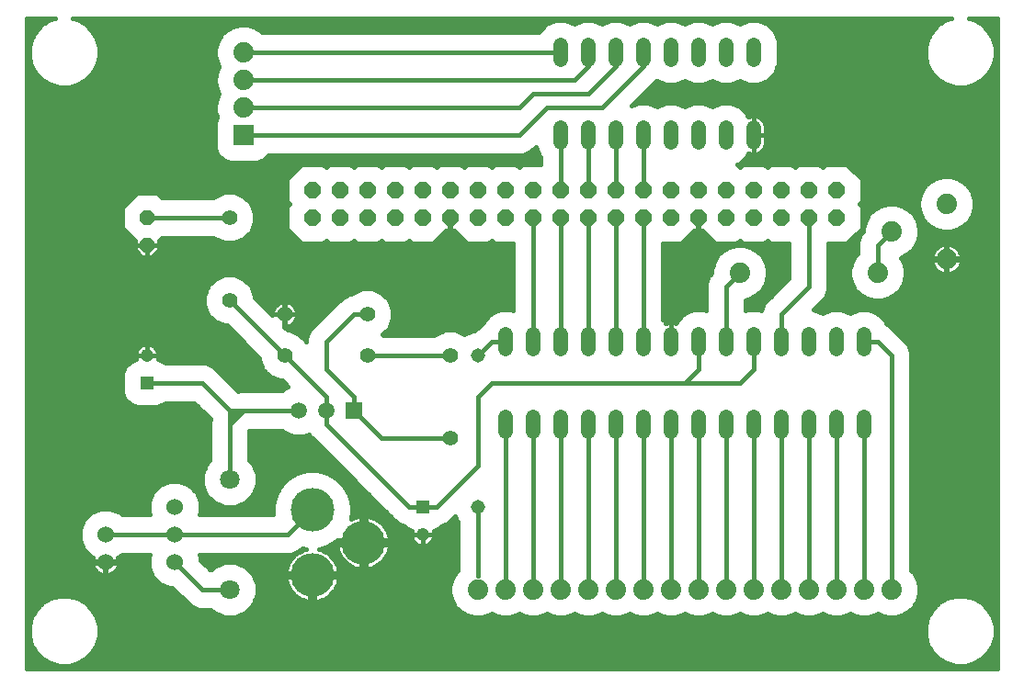
<source format=gbl>
G75*
%MOIN*%
%OFA0B0*%
%FSLAX25Y25*%
%IPPOS*%
%LPD*%
%AMOC8*
5,1,8,0,0,1.08239X$1,22.5*
%
%ADD10C,0.06000*%
%ADD11C,0.05543*%
%ADD12C,0.04756*%
%ADD13R,0.04756X0.04756*%
%ADD14OC8,0.05200*%
%ADD15R,0.05937X0.05937*%
%ADD16C,0.05937*%
%ADD17C,0.15800*%
%ADD18C,0.07087*%
%ADD19C,0.05200*%
%ADD20C,0.07400*%
%ADD21OC8,0.06000*%
%ADD22R,0.07400X0.07400*%
%ADD23C,0.01600*%
%ADD24R,0.04362X0.04362*%
%ADD25C,0.05150*%
D10*
X0036800Y0051800D03*
X0036800Y0061800D03*
X0061800Y0061800D03*
X0061800Y0051800D03*
X0061800Y0071800D03*
D11*
X0101800Y0126800D03*
X0101800Y0141800D03*
X0081800Y0146800D03*
X0081800Y0176800D03*
X0131800Y0141800D03*
X0131800Y0126800D03*
X0161800Y0126800D03*
X0161800Y0096800D03*
D12*
X0151800Y0061800D03*
X0051800Y0126800D03*
D13*
X0051800Y0116800D03*
X0151800Y0071800D03*
D14*
X0051800Y0166800D03*
X0051800Y0176800D03*
D15*
X0126800Y0106800D03*
D16*
X0116800Y0106800D03*
X0106800Y0106800D03*
D17*
X0111800Y0070737D03*
X0130304Y0058926D03*
X0111800Y0047115D03*
D18*
X0081800Y0041800D03*
X0081800Y0081800D03*
D19*
X0181800Y0099200D02*
X0181800Y0104400D01*
X0191800Y0104400D02*
X0191800Y0099200D01*
X0201800Y0099200D02*
X0201800Y0104400D01*
X0211800Y0104400D02*
X0211800Y0099200D01*
X0221800Y0099200D02*
X0221800Y0104400D01*
X0231800Y0104400D02*
X0231800Y0099200D01*
X0241800Y0099200D02*
X0241800Y0104400D01*
X0251800Y0104400D02*
X0251800Y0099200D01*
X0261800Y0099200D02*
X0261800Y0104400D01*
X0271800Y0104400D02*
X0271800Y0099200D01*
X0281800Y0099200D02*
X0281800Y0104400D01*
X0291800Y0104400D02*
X0291800Y0099200D01*
X0301800Y0099200D02*
X0301800Y0104400D01*
X0311800Y0104400D02*
X0311800Y0099200D01*
X0311800Y0129200D02*
X0311800Y0134400D01*
X0301800Y0134400D02*
X0301800Y0129200D01*
X0291800Y0129200D02*
X0291800Y0134400D01*
X0281800Y0134400D02*
X0281800Y0129200D01*
X0271800Y0129200D02*
X0271800Y0134400D01*
X0261800Y0134400D02*
X0261800Y0129200D01*
X0251800Y0129200D02*
X0251800Y0134400D01*
X0241800Y0134400D02*
X0241800Y0129200D01*
X0231800Y0129200D02*
X0231800Y0134400D01*
X0221800Y0134400D02*
X0221800Y0129200D01*
X0211800Y0129200D02*
X0211800Y0134400D01*
X0201800Y0134400D02*
X0201800Y0129200D01*
X0191800Y0129200D02*
X0191800Y0134400D01*
X0181800Y0134400D02*
X0181800Y0129200D01*
X0201800Y0204200D02*
X0201800Y0209400D01*
X0211800Y0209400D02*
X0211800Y0204200D01*
X0221800Y0204200D02*
X0221800Y0209400D01*
X0231800Y0209400D02*
X0231800Y0204200D01*
X0241800Y0204200D02*
X0241800Y0209400D01*
X0251800Y0209400D02*
X0251800Y0204200D01*
X0261800Y0204200D02*
X0261800Y0209400D01*
X0271800Y0209400D02*
X0271800Y0204200D01*
X0271800Y0234200D02*
X0271800Y0239400D01*
X0261800Y0239400D02*
X0261800Y0234200D01*
X0251800Y0234200D02*
X0251800Y0239400D01*
X0241800Y0239400D02*
X0241800Y0234200D01*
X0231800Y0234200D02*
X0231800Y0239400D01*
X0221800Y0239400D02*
X0221800Y0234200D01*
X0211800Y0234200D02*
X0211800Y0239400D01*
X0201800Y0239400D02*
X0201800Y0234200D01*
D20*
X0266800Y0156800D03*
X0316800Y0156800D03*
X0321800Y0171800D03*
X0341800Y0161800D03*
X0341800Y0181800D03*
X0321800Y0041800D03*
X0311800Y0041800D03*
X0301800Y0041800D03*
X0291800Y0041800D03*
X0281800Y0041800D03*
X0271800Y0041800D03*
X0261800Y0041800D03*
X0251800Y0041800D03*
X0241800Y0041800D03*
X0231800Y0041800D03*
X0221800Y0041800D03*
X0211800Y0041800D03*
X0201800Y0041800D03*
X0191800Y0041800D03*
X0181800Y0041800D03*
X0171800Y0041800D03*
X0086800Y0216800D03*
X0086800Y0226800D03*
X0086800Y0236800D03*
D21*
X0111800Y0186800D03*
X0111800Y0176800D03*
X0121800Y0176800D03*
X0131800Y0176800D03*
X0131800Y0186800D03*
X0121800Y0186800D03*
X0141800Y0186800D03*
X0141800Y0176800D03*
X0151800Y0176800D03*
X0161800Y0176800D03*
X0161800Y0186800D03*
X0151800Y0186800D03*
X0171800Y0186800D03*
X0171800Y0176800D03*
X0181800Y0176800D03*
X0181800Y0186800D03*
X0191800Y0186800D03*
X0201800Y0186800D03*
X0201800Y0176800D03*
X0191800Y0176800D03*
X0211800Y0176800D03*
X0211800Y0186800D03*
X0221800Y0186800D03*
X0231800Y0186800D03*
X0231800Y0176800D03*
X0221800Y0176800D03*
X0241800Y0176800D03*
X0241800Y0186800D03*
X0251800Y0186800D03*
X0251800Y0176800D03*
X0261800Y0176800D03*
X0271800Y0176800D03*
X0271800Y0186800D03*
X0261800Y0186800D03*
X0281800Y0186800D03*
X0281800Y0176800D03*
X0291800Y0176800D03*
X0301800Y0176800D03*
X0301800Y0186800D03*
X0291800Y0186800D03*
D22*
X0086800Y0206800D03*
D23*
X0008200Y0249101D02*
X0008200Y0013200D01*
X0360321Y0013200D01*
X0360321Y0249101D01*
X0349959Y0249101D01*
X0351702Y0248634D01*
X0354597Y0246962D01*
X0356962Y0244597D01*
X0358634Y0241702D01*
X0359499Y0238472D01*
X0359499Y0235128D01*
X0358634Y0231898D01*
X0356962Y0229002D01*
X0354597Y0226638D01*
X0351702Y0224966D01*
X0348472Y0224101D01*
X0345128Y0224101D01*
X0341898Y0224966D01*
X0339002Y0226638D01*
X0336638Y0229002D01*
X0334966Y0231898D01*
X0334101Y0235128D01*
X0334101Y0238472D01*
X0334966Y0241702D01*
X0336638Y0244597D01*
X0339002Y0246962D01*
X0341898Y0248634D01*
X0343641Y0249101D01*
X0024959Y0249101D01*
X0026702Y0248634D01*
X0029597Y0246962D01*
X0031962Y0244597D01*
X0033634Y0241702D01*
X0034499Y0238472D01*
X0034499Y0235128D01*
X0033634Y0231898D01*
X0031962Y0229002D01*
X0029597Y0226638D01*
X0026702Y0224966D01*
X0023472Y0224101D01*
X0020128Y0224101D01*
X0016898Y0224966D01*
X0014002Y0226638D01*
X0011638Y0229002D01*
X0009966Y0231898D01*
X0009101Y0235128D01*
X0009101Y0238472D01*
X0009966Y0241702D01*
X0011638Y0244597D01*
X0014002Y0246962D01*
X0016898Y0248634D01*
X0018641Y0249101D01*
X0008200Y0249101D01*
X0008200Y0248993D02*
X0018239Y0248993D01*
X0014752Y0247395D02*
X0008200Y0247395D01*
X0008200Y0245796D02*
X0012837Y0245796D01*
X0011407Y0244198D02*
X0008200Y0244198D01*
X0008200Y0242599D02*
X0010484Y0242599D01*
X0009778Y0241001D02*
X0008200Y0241001D01*
X0008200Y0239402D02*
X0009350Y0239402D01*
X0009101Y0237803D02*
X0008200Y0237803D01*
X0008200Y0236205D02*
X0009101Y0236205D01*
X0009241Y0234606D02*
X0008200Y0234606D01*
X0008200Y0233008D02*
X0009669Y0233008D01*
X0010248Y0231409D02*
X0008200Y0231409D01*
X0008200Y0229811D02*
X0011171Y0229811D01*
X0012428Y0228212D02*
X0008200Y0228212D01*
X0008200Y0226614D02*
X0014044Y0226614D01*
X0016813Y0225015D02*
X0008200Y0225015D01*
X0008200Y0223417D02*
X0077250Y0223417D01*
X0077388Y0222902D02*
X0078024Y0221800D01*
X0077388Y0220698D01*
X0076700Y0218130D01*
X0076700Y0215470D01*
X0077302Y0213225D01*
X0076700Y0211773D01*
X0076700Y0201827D01*
X0077674Y0199475D01*
X0079475Y0197674D01*
X0081827Y0196700D01*
X0091773Y0196700D01*
X0094125Y0197674D01*
X0095926Y0199475D01*
X0095978Y0199600D01*
X0188232Y0199600D01*
X0190878Y0200696D01*
X0192800Y0202618D01*
X0192800Y0202410D01*
X0194170Y0199102D01*
X0194600Y0198672D01*
X0194600Y0196200D01*
X0187906Y0196200D01*
X0186800Y0195094D01*
X0185694Y0196200D01*
X0177906Y0196200D01*
X0176800Y0195094D01*
X0175694Y0196200D01*
X0167906Y0196200D01*
X0166800Y0195094D01*
X0165694Y0196200D01*
X0157906Y0196200D01*
X0156800Y0195094D01*
X0155694Y0196200D01*
X0147906Y0196200D01*
X0146800Y0195094D01*
X0145694Y0196200D01*
X0137906Y0196200D01*
X0136800Y0195094D01*
X0135694Y0196200D01*
X0127906Y0196200D01*
X0126800Y0195094D01*
X0125694Y0196200D01*
X0117906Y0196200D01*
X0116800Y0195094D01*
X0115694Y0196200D01*
X0107906Y0196200D01*
X0102400Y0190694D01*
X0102400Y0182906D01*
X0103506Y0181800D01*
X0102400Y0180694D01*
X0102400Y0172906D01*
X0107906Y0167400D01*
X0115694Y0167400D01*
X0116800Y0168506D01*
X0117906Y0167400D01*
X0125694Y0167400D01*
X0126800Y0168506D01*
X0127906Y0167400D01*
X0135694Y0167400D01*
X0136800Y0168506D01*
X0137906Y0167400D01*
X0145694Y0167400D01*
X0146800Y0168506D01*
X0147906Y0167400D01*
X0155694Y0167400D01*
X0160294Y0172000D01*
X0161600Y0172000D01*
X0161600Y0176600D01*
X0162000Y0176600D01*
X0162000Y0172000D01*
X0163306Y0172000D01*
X0167906Y0167400D01*
X0175694Y0167400D01*
X0176800Y0168506D01*
X0177906Y0167400D01*
X0184600Y0167400D01*
X0184600Y0142982D01*
X0183590Y0143400D01*
X0180010Y0143400D01*
X0176702Y0142030D01*
X0174170Y0139498D01*
X0173673Y0138298D01*
X0172722Y0137904D01*
X0170592Y0135775D01*
X0170015Y0135775D01*
X0167032Y0134539D01*
X0166995Y0134575D01*
X0163624Y0135972D01*
X0159976Y0135972D01*
X0156605Y0134575D01*
X0156029Y0134000D01*
X0137571Y0134000D01*
X0137271Y0134300D01*
X0139575Y0136605D01*
X0140972Y0139976D01*
X0140972Y0143624D01*
X0139575Y0146995D01*
X0136995Y0149575D01*
X0133624Y0150972D01*
X0129976Y0150972D01*
X0126605Y0149575D01*
X0126029Y0149000D01*
X0125368Y0149000D01*
X0122722Y0147904D01*
X0120696Y0145878D01*
X0110696Y0135878D01*
X0109600Y0133232D01*
X0109600Y0131936D01*
X0109575Y0131995D01*
X0106995Y0134575D01*
X0103624Y0135972D01*
X0102811Y0135972D01*
X0101554Y0137228D01*
X0101714Y0137228D01*
X0101714Y0141714D01*
X0097228Y0141714D01*
X0097228Y0141554D01*
X0090972Y0147811D01*
X0090972Y0148624D01*
X0089575Y0151995D01*
X0086995Y0154575D01*
X0083624Y0155972D01*
X0079976Y0155972D01*
X0076605Y0154575D01*
X0074025Y0151995D01*
X0072628Y0148624D01*
X0072628Y0144976D01*
X0074025Y0141605D01*
X0076605Y0139025D01*
X0079976Y0137628D01*
X0080789Y0137628D01*
X0092628Y0125789D01*
X0092628Y0124976D01*
X0094025Y0121605D01*
X0096605Y0119025D01*
X0099976Y0117628D01*
X0100789Y0117628D01*
X0103036Y0115381D01*
X0101493Y0114742D01*
X0100751Y0114000D01*
X0085368Y0114000D01*
X0084954Y0113828D01*
X0075878Y0122904D01*
X0073232Y0124000D01*
X0058407Y0124000D01*
X0057803Y0124604D01*
X0055755Y0125452D01*
X0055875Y0125822D01*
X0055978Y0126471D01*
X0055978Y0126800D01*
X0055978Y0127129D01*
X0055875Y0127778D01*
X0055672Y0128404D01*
X0055373Y0128990D01*
X0054987Y0129522D01*
X0054522Y0129987D01*
X0053990Y0130373D01*
X0053404Y0130672D01*
X0052778Y0130875D01*
X0052129Y0130978D01*
X0051800Y0130978D01*
X0051471Y0130978D01*
X0050822Y0130875D01*
X0050196Y0130672D01*
X0049610Y0130373D01*
X0049078Y0129987D01*
X0048613Y0129522D01*
X0048227Y0128990D01*
X0047928Y0128404D01*
X0047725Y0127778D01*
X0047622Y0127129D01*
X0047622Y0126800D01*
X0051800Y0126800D01*
X0051800Y0126800D01*
X0051800Y0130978D01*
X0051800Y0126800D01*
X0055978Y0126800D01*
X0051800Y0126800D01*
X0051800Y0126800D01*
X0051800Y0126800D01*
X0047622Y0126800D01*
X0047622Y0126471D01*
X0047725Y0125822D01*
X0047845Y0125452D01*
X0045797Y0124604D01*
X0043996Y0122803D01*
X0043022Y0120451D01*
X0043022Y0113149D01*
X0043996Y0110797D01*
X0045797Y0108996D01*
X0048149Y0108022D01*
X0055451Y0108022D01*
X0057803Y0108996D01*
X0058407Y0109600D01*
X0068818Y0109600D01*
X0074771Y0103646D01*
X0074600Y0103232D01*
X0074600Y0088662D01*
X0073370Y0087432D01*
X0071857Y0083778D01*
X0071857Y0079822D01*
X0073370Y0076168D01*
X0076168Y0073370D01*
X0079822Y0071857D01*
X0083778Y0071857D01*
X0087432Y0073370D01*
X0090230Y0076168D01*
X0091743Y0079822D01*
X0091743Y0083778D01*
X0090230Y0087432D01*
X0089000Y0088662D01*
X0089000Y0099600D01*
X0100751Y0099600D01*
X0101493Y0098858D01*
X0104936Y0097431D01*
X0108664Y0097431D01*
X0110501Y0098193D01*
X0110696Y0097722D01*
X0112722Y0095696D01*
X0140696Y0067722D01*
X0140696Y0067722D01*
X0142722Y0065696D01*
X0145070Y0064724D01*
X0145797Y0063996D01*
X0147845Y0063148D01*
X0147725Y0062778D01*
X0147622Y0062129D01*
X0147622Y0061800D01*
X0151800Y0061800D01*
X0155978Y0061800D01*
X0155978Y0062129D01*
X0155875Y0062778D01*
X0155755Y0063148D01*
X0157803Y0063996D01*
X0158530Y0064724D01*
X0160878Y0065696D01*
X0163520Y0068338D01*
X0164192Y0066716D01*
X0164600Y0066308D01*
X0164600Y0048884D01*
X0163718Y0048002D01*
X0162388Y0045698D01*
X0161700Y0043130D01*
X0161700Y0040470D01*
X0162388Y0037902D01*
X0163718Y0035598D01*
X0165598Y0033718D01*
X0167902Y0032388D01*
X0170470Y0031700D01*
X0173130Y0031700D01*
X0175698Y0032388D01*
X0176800Y0033024D01*
X0177902Y0032388D01*
X0180470Y0031700D01*
X0183130Y0031700D01*
X0185698Y0032388D01*
X0186800Y0033024D01*
X0187902Y0032388D01*
X0190470Y0031700D01*
X0193130Y0031700D01*
X0195698Y0032388D01*
X0196800Y0033024D01*
X0197902Y0032388D01*
X0200470Y0031700D01*
X0203130Y0031700D01*
X0205698Y0032388D01*
X0206800Y0033024D01*
X0207902Y0032388D01*
X0210470Y0031700D01*
X0213130Y0031700D01*
X0215698Y0032388D01*
X0216800Y0033024D01*
X0217902Y0032388D01*
X0220470Y0031700D01*
X0223130Y0031700D01*
X0225698Y0032388D01*
X0226800Y0033024D01*
X0227902Y0032388D01*
X0230470Y0031700D01*
X0233130Y0031700D01*
X0235698Y0032388D01*
X0236800Y0033024D01*
X0237902Y0032388D01*
X0240470Y0031700D01*
X0243130Y0031700D01*
X0245698Y0032388D01*
X0246800Y0033024D01*
X0247902Y0032388D01*
X0250470Y0031700D01*
X0253130Y0031700D01*
X0255698Y0032388D01*
X0256800Y0033024D01*
X0257902Y0032388D01*
X0260470Y0031700D01*
X0263130Y0031700D01*
X0265698Y0032388D01*
X0266800Y0033024D01*
X0267902Y0032388D01*
X0270470Y0031700D01*
X0273130Y0031700D01*
X0275698Y0032388D01*
X0276800Y0033024D01*
X0277902Y0032388D01*
X0280470Y0031700D01*
X0283130Y0031700D01*
X0285698Y0032388D01*
X0286800Y0033024D01*
X0287902Y0032388D01*
X0290470Y0031700D01*
X0293130Y0031700D01*
X0295698Y0032388D01*
X0296800Y0033024D01*
X0297902Y0032388D01*
X0300470Y0031700D01*
X0303130Y0031700D01*
X0305698Y0032388D01*
X0306800Y0033024D01*
X0307902Y0032388D01*
X0310470Y0031700D01*
X0313130Y0031700D01*
X0315698Y0032388D01*
X0316800Y0033024D01*
X0317902Y0032388D01*
X0320470Y0031700D01*
X0323130Y0031700D01*
X0325698Y0032388D01*
X0328002Y0033718D01*
X0329882Y0035598D01*
X0331212Y0037902D01*
X0331900Y0040470D01*
X0331900Y0043130D01*
X0331212Y0045698D01*
X0329882Y0048002D01*
X0329000Y0048884D01*
X0329000Y0128232D01*
X0327904Y0130878D01*
X0322904Y0135878D01*
X0320878Y0137904D01*
X0319927Y0138298D01*
X0319430Y0139498D01*
X0316898Y0142030D01*
X0313590Y0143400D01*
X0310010Y0143400D01*
X0306800Y0142070D01*
X0303590Y0143400D01*
X0300010Y0143400D01*
X0296800Y0142070D01*
X0293590Y0143400D01*
X0293582Y0143400D01*
X0295878Y0145696D01*
X0297904Y0147722D01*
X0299000Y0150368D01*
X0299000Y0167400D01*
X0305694Y0167400D01*
X0311200Y0172906D01*
X0311200Y0180694D01*
X0310094Y0181800D01*
X0311200Y0182906D01*
X0311200Y0190694D01*
X0305694Y0196200D01*
X0297906Y0196200D01*
X0296800Y0195094D01*
X0295694Y0196200D01*
X0287906Y0196200D01*
X0286800Y0195094D01*
X0285694Y0196200D01*
X0277906Y0196200D01*
X0276800Y0195094D01*
X0275694Y0196200D01*
X0267906Y0196200D01*
X0266800Y0195094D01*
X0265785Y0196109D01*
X0266898Y0196570D01*
X0269430Y0199102D01*
X0269898Y0200231D01*
X0270111Y0200122D01*
X0270770Y0199908D01*
X0271454Y0199800D01*
X0271800Y0199800D01*
X0272146Y0199800D01*
X0272830Y0199908D01*
X0273489Y0200122D01*
X0274106Y0200437D01*
X0274666Y0200844D01*
X0275156Y0201334D01*
X0275563Y0201894D01*
X0275878Y0202511D01*
X0276092Y0203170D01*
X0276200Y0203854D01*
X0276200Y0206800D01*
X0276200Y0209746D01*
X0276092Y0210430D01*
X0275878Y0211089D01*
X0275563Y0211706D01*
X0275156Y0212266D01*
X0274666Y0212756D01*
X0274106Y0213163D01*
X0273489Y0213478D01*
X0272830Y0213692D01*
X0272146Y0213800D01*
X0271800Y0213800D01*
X0271800Y0206800D01*
X0271800Y0206800D01*
X0276200Y0206800D01*
X0271800Y0206800D01*
X0271800Y0206800D01*
X0271800Y0213800D01*
X0271454Y0213800D01*
X0270770Y0213692D01*
X0270111Y0213478D01*
X0269898Y0213369D01*
X0269430Y0214498D01*
X0266898Y0217030D01*
X0263590Y0218400D01*
X0260010Y0218400D01*
X0256800Y0217070D01*
X0253590Y0218400D01*
X0250010Y0218400D01*
X0246800Y0217070D01*
X0243590Y0218400D01*
X0240010Y0218400D01*
X0236800Y0217070D01*
X0233590Y0218400D01*
X0230010Y0218400D01*
X0227573Y0217391D01*
X0236650Y0226467D01*
X0236800Y0226530D01*
X0240010Y0225200D01*
X0243590Y0225200D01*
X0246800Y0226530D01*
X0250010Y0225200D01*
X0253590Y0225200D01*
X0256800Y0226530D01*
X0260010Y0225200D01*
X0263590Y0225200D01*
X0266800Y0226530D01*
X0270010Y0225200D01*
X0273590Y0225200D01*
X0276898Y0226570D01*
X0279430Y0229102D01*
X0280800Y0232410D01*
X0280800Y0241190D01*
X0279430Y0244498D01*
X0276898Y0247030D01*
X0273590Y0248400D01*
X0270010Y0248400D01*
X0266800Y0247070D01*
X0263590Y0248400D01*
X0260010Y0248400D01*
X0256800Y0247070D01*
X0253590Y0248400D01*
X0250010Y0248400D01*
X0246800Y0247070D01*
X0243590Y0248400D01*
X0240010Y0248400D01*
X0236800Y0247070D01*
X0233590Y0248400D01*
X0230010Y0248400D01*
X0226800Y0247070D01*
X0223590Y0248400D01*
X0220010Y0248400D01*
X0216800Y0247070D01*
X0213590Y0248400D01*
X0210010Y0248400D01*
X0206800Y0247070D01*
X0203590Y0248400D01*
X0200010Y0248400D01*
X0196702Y0247030D01*
X0194170Y0244498D01*
X0193964Y0244000D01*
X0093884Y0244000D01*
X0093002Y0244882D01*
X0090698Y0246212D01*
X0088130Y0246900D01*
X0085470Y0246900D01*
X0082902Y0246212D01*
X0080598Y0244882D01*
X0078718Y0243002D01*
X0077388Y0240698D01*
X0076700Y0238130D01*
X0076700Y0235470D01*
X0077388Y0232902D01*
X0078024Y0231800D01*
X0077388Y0230698D01*
X0076700Y0228130D01*
X0076700Y0225470D01*
X0077388Y0222902D01*
X0078014Y0221818D02*
X0008200Y0221818D01*
X0008200Y0220220D02*
X0077260Y0220220D01*
X0076832Y0218621D02*
X0008200Y0218621D01*
X0008200Y0217023D02*
X0076700Y0217023D01*
X0076712Y0215424D02*
X0008200Y0215424D01*
X0008200Y0213826D02*
X0077141Y0213826D01*
X0076888Y0212227D02*
X0008200Y0212227D01*
X0008200Y0210629D02*
X0076700Y0210629D01*
X0076700Y0209030D02*
X0008200Y0209030D01*
X0008200Y0207432D02*
X0076700Y0207432D01*
X0076700Y0205833D02*
X0008200Y0205833D01*
X0008200Y0204235D02*
X0076700Y0204235D01*
X0076700Y0202636D02*
X0008200Y0202636D01*
X0008200Y0201038D02*
X0077027Y0201038D01*
X0077710Y0199439D02*
X0008200Y0199439D01*
X0008200Y0197841D02*
X0079308Y0197841D01*
X0086800Y0206800D02*
X0186800Y0206800D01*
X0196800Y0216800D01*
X0216800Y0216800D01*
X0231800Y0231800D01*
X0231800Y0236800D01*
X0221800Y0236800D02*
X0221800Y0231800D01*
X0211800Y0221800D01*
X0191800Y0221800D01*
X0186800Y0216800D01*
X0086800Y0216800D01*
X0076822Y0225015D02*
X0026787Y0225015D01*
X0029556Y0226614D02*
X0076700Y0226614D01*
X0076722Y0228212D02*
X0031172Y0228212D01*
X0032429Y0229811D02*
X0077150Y0229811D01*
X0077799Y0231409D02*
X0033352Y0231409D01*
X0033931Y0233008D02*
X0077360Y0233008D01*
X0076931Y0234606D02*
X0034359Y0234606D01*
X0034499Y0236205D02*
X0076700Y0236205D01*
X0076700Y0237803D02*
X0034499Y0237803D01*
X0034250Y0239402D02*
X0077041Y0239402D01*
X0077563Y0241001D02*
X0033822Y0241001D01*
X0033116Y0242599D02*
X0078486Y0242599D01*
X0079914Y0244198D02*
X0032193Y0244198D01*
X0030763Y0245796D02*
X0082182Y0245796D01*
X0091418Y0245796D02*
X0195468Y0245796D01*
X0194046Y0244198D02*
X0093686Y0244198D01*
X0086800Y0236800D02*
X0201800Y0236800D01*
X0211800Y0236800D02*
X0211800Y0231800D01*
X0206800Y0226800D01*
X0086800Y0226800D01*
X0095890Y0199439D02*
X0194030Y0199439D01*
X0194600Y0197841D02*
X0094292Y0197841D01*
X0103153Y0191447D02*
X0008200Y0191447D01*
X0008200Y0193045D02*
X0104752Y0193045D01*
X0106350Y0194644D02*
X0008200Y0194644D01*
X0008200Y0196242D02*
X0194600Y0196242D01*
X0193368Y0201038D02*
X0191220Y0201038D01*
X0201800Y0206800D02*
X0201800Y0186800D01*
X0201800Y0176800D02*
X0201800Y0131800D01*
X0191800Y0131800D02*
X0191800Y0176800D01*
X0177837Y0167469D02*
X0175763Y0167469D01*
X0167837Y0167469D02*
X0155763Y0167469D01*
X0157361Y0169068D02*
X0166239Y0169068D01*
X0164640Y0170666D02*
X0158960Y0170666D01*
X0161600Y0172265D02*
X0162000Y0172265D01*
X0162000Y0173863D02*
X0161600Y0173863D01*
X0161600Y0175462D02*
X0162000Y0175462D01*
X0147837Y0167469D02*
X0145763Y0167469D01*
X0137837Y0167469D02*
X0135763Y0167469D01*
X0127837Y0167469D02*
X0125763Y0167469D01*
X0117837Y0167469D02*
X0115763Y0167469D01*
X0107837Y0167469D02*
X0056200Y0167469D01*
X0056200Y0166800D02*
X0056200Y0168472D01*
X0057328Y0169600D01*
X0076029Y0169600D01*
X0076605Y0169025D01*
X0079976Y0167628D01*
X0083624Y0167628D01*
X0086995Y0169025D01*
X0089575Y0171605D01*
X0090972Y0174976D01*
X0090972Y0178624D01*
X0089575Y0181995D01*
X0086995Y0184575D01*
X0083624Y0185972D01*
X0079976Y0185972D01*
X0076605Y0184575D01*
X0076029Y0184000D01*
X0057328Y0184000D01*
X0055528Y0185800D01*
X0048072Y0185800D01*
X0042800Y0180528D01*
X0042800Y0173072D01*
X0047400Y0168472D01*
X0047400Y0166800D01*
X0051800Y0166800D01*
X0056200Y0166800D01*
X0051800Y0166800D01*
X0051800Y0166800D01*
X0051800Y0162400D01*
X0053623Y0162400D01*
X0056200Y0164977D01*
X0056200Y0166800D01*
X0056200Y0165870D02*
X0184600Y0165870D01*
X0184600Y0164272D02*
X0055495Y0164272D01*
X0053896Y0162673D02*
X0184600Y0162673D01*
X0184600Y0161075D02*
X0008200Y0161075D01*
X0008200Y0162673D02*
X0049704Y0162673D01*
X0049977Y0162400D02*
X0051800Y0162400D01*
X0051800Y0166800D01*
X0051800Y0166800D01*
X0051800Y0166800D01*
X0047400Y0166800D01*
X0047400Y0164977D01*
X0049977Y0162400D01*
X0051800Y0162673D02*
X0051800Y0162673D01*
X0051800Y0164272D02*
X0051800Y0164272D01*
X0051800Y0165870D02*
X0051800Y0165870D01*
X0048105Y0164272D02*
X0008200Y0164272D01*
X0008200Y0165870D02*
X0047400Y0165870D01*
X0047400Y0167469D02*
X0008200Y0167469D01*
X0008200Y0169068D02*
X0046805Y0169068D01*
X0045206Y0170666D02*
X0008200Y0170666D01*
X0008200Y0172265D02*
X0043608Y0172265D01*
X0042800Y0173863D02*
X0008200Y0173863D01*
X0008200Y0175462D02*
X0042800Y0175462D01*
X0042800Y0177060D02*
X0008200Y0177060D01*
X0008200Y0178659D02*
X0042800Y0178659D01*
X0042800Y0180257D02*
X0008200Y0180257D01*
X0008200Y0181856D02*
X0044128Y0181856D01*
X0045726Y0183454D02*
X0008200Y0183454D01*
X0008200Y0185053D02*
X0047325Y0185053D01*
X0056275Y0185053D02*
X0077757Y0185053D01*
X0085843Y0185053D02*
X0102400Y0185053D01*
X0102400Y0186651D02*
X0008200Y0186651D01*
X0008200Y0188250D02*
X0102400Y0188250D01*
X0102400Y0189848D02*
X0008200Y0189848D01*
X0008200Y0159476D02*
X0184600Y0159476D01*
X0184600Y0157878D02*
X0008200Y0157878D01*
X0008200Y0156279D02*
X0184600Y0156279D01*
X0184600Y0154681D02*
X0086740Y0154681D01*
X0088488Y0153082D02*
X0184600Y0153082D01*
X0184600Y0151484D02*
X0089787Y0151484D01*
X0090449Y0149885D02*
X0127353Y0149885D01*
X0123646Y0148287D02*
X0090972Y0148287D01*
X0092094Y0146688D02*
X0121506Y0146688D01*
X0119908Y0145090D02*
X0104975Y0145090D01*
X0104778Y0145287D02*
X0104196Y0145710D01*
X0103555Y0146037D01*
X0102871Y0146259D01*
X0102160Y0146372D01*
X0101886Y0146372D01*
X0101886Y0141886D01*
X0101714Y0141886D01*
X0101714Y0146372D01*
X0101440Y0146372D01*
X0100729Y0146259D01*
X0100045Y0146037D01*
X0099404Y0145710D01*
X0098822Y0145287D01*
X0098313Y0144778D01*
X0097890Y0144196D01*
X0097563Y0143555D01*
X0097341Y0142871D01*
X0097228Y0142160D01*
X0097228Y0141886D01*
X0101714Y0141886D01*
X0101714Y0141714D01*
X0101886Y0141714D01*
X0101886Y0141886D01*
X0106372Y0141886D01*
X0106372Y0142160D01*
X0106259Y0142871D01*
X0106037Y0143555D01*
X0105710Y0144196D01*
X0105287Y0144778D01*
X0104778Y0145287D01*
X0106057Y0143491D02*
X0118309Y0143491D01*
X0116710Y0141893D02*
X0106372Y0141893D01*
X0106372Y0141714D02*
X0101886Y0141714D01*
X0101886Y0137228D01*
X0102160Y0137228D01*
X0102871Y0137341D01*
X0103555Y0137563D01*
X0104196Y0137890D01*
X0104778Y0138313D01*
X0105287Y0138822D01*
X0105710Y0139404D01*
X0106037Y0140045D01*
X0106259Y0140729D01*
X0106372Y0141440D01*
X0106372Y0141714D01*
X0106118Y0140294D02*
X0115112Y0140294D01*
X0113513Y0138696D02*
X0105161Y0138696D01*
X0104766Y0135499D02*
X0110539Y0135499D01*
X0109877Y0133900D02*
X0107670Y0133900D01*
X0109269Y0132302D02*
X0109600Y0132302D01*
X0111915Y0137097D02*
X0101685Y0137097D01*
X0101714Y0138696D02*
X0101886Y0138696D01*
X0101886Y0140294D02*
X0101714Y0140294D01*
X0101714Y0141893D02*
X0101886Y0141893D01*
X0101886Y0143491D02*
X0101714Y0143491D01*
X0101714Y0145090D02*
X0101886Y0145090D01*
X0098625Y0145090D02*
X0093692Y0145090D01*
X0095291Y0143491D02*
X0097543Y0143491D01*
X0097228Y0141893D02*
X0096889Y0141893D01*
X0086116Y0132302D02*
X0008200Y0132302D01*
X0008200Y0133900D02*
X0084517Y0133900D01*
X0082919Y0135499D02*
X0008200Y0135499D01*
X0008200Y0137097D02*
X0081320Y0137097D01*
X0077399Y0138696D02*
X0008200Y0138696D01*
X0008200Y0140294D02*
X0075335Y0140294D01*
X0073905Y0141893D02*
X0008200Y0141893D01*
X0008200Y0143491D02*
X0073243Y0143491D01*
X0072628Y0145090D02*
X0008200Y0145090D01*
X0008200Y0146688D02*
X0072628Y0146688D01*
X0072628Y0148287D02*
X0008200Y0148287D01*
X0008200Y0149885D02*
X0073151Y0149885D01*
X0073813Y0151484D02*
X0008200Y0151484D01*
X0008200Y0153082D02*
X0075112Y0153082D01*
X0076860Y0154681D02*
X0008200Y0154681D01*
X0008200Y0130703D02*
X0050293Y0130703D01*
X0051800Y0130703D02*
X0051800Y0130703D01*
X0053307Y0130703D02*
X0087714Y0130703D01*
X0089313Y0129105D02*
X0055290Y0129105D01*
X0055918Y0127506D02*
X0090911Y0127506D01*
X0092510Y0125908D02*
X0055889Y0125908D01*
X0058098Y0124309D02*
X0092904Y0124309D01*
X0093567Y0122711D02*
X0076072Y0122711D01*
X0077670Y0121112D02*
X0094517Y0121112D01*
X0096116Y0119514D02*
X0079269Y0119514D01*
X0080867Y0117915D02*
X0099283Y0117915D01*
X0102101Y0116317D02*
X0082466Y0116317D01*
X0084064Y0114718D02*
X0101469Y0114718D01*
X0106800Y0106800D02*
X0086800Y0106800D01*
X0081800Y0101800D01*
X0081800Y0106800D01*
X0071800Y0116800D01*
X0051800Y0116800D01*
X0043022Y0116317D02*
X0008200Y0116317D01*
X0008200Y0117915D02*
X0043022Y0117915D01*
X0043022Y0119514D02*
X0008200Y0119514D01*
X0008200Y0121112D02*
X0043296Y0121112D01*
X0043958Y0122711D02*
X0008200Y0122711D01*
X0008200Y0124309D02*
X0045502Y0124309D01*
X0047711Y0125908D02*
X0008200Y0125908D01*
X0008200Y0127506D02*
X0047682Y0127506D01*
X0048310Y0129105D02*
X0008200Y0129105D01*
X0008200Y0114718D02*
X0043022Y0114718D01*
X0043034Y0113120D02*
X0008200Y0113120D01*
X0008200Y0111521D02*
X0043696Y0111521D01*
X0044871Y0109923D02*
X0008200Y0109923D01*
X0008200Y0108324D02*
X0047420Y0108324D01*
X0056180Y0108324D02*
X0070094Y0108324D01*
X0071692Y0106726D02*
X0008200Y0106726D01*
X0008200Y0105127D02*
X0073291Y0105127D01*
X0074723Y0103529D02*
X0008200Y0103529D01*
X0008200Y0101930D02*
X0074600Y0101930D01*
X0074600Y0100332D02*
X0008200Y0100332D01*
X0008200Y0098733D02*
X0074600Y0098733D01*
X0074600Y0097134D02*
X0008200Y0097134D01*
X0008200Y0095536D02*
X0074600Y0095536D01*
X0074600Y0093937D02*
X0008200Y0093937D01*
X0008200Y0092339D02*
X0074600Y0092339D01*
X0074600Y0090740D02*
X0008200Y0090740D01*
X0008200Y0089142D02*
X0074600Y0089142D01*
X0073481Y0087543D02*
X0008200Y0087543D01*
X0008200Y0085945D02*
X0072754Y0085945D01*
X0072092Y0084346D02*
X0008200Y0084346D01*
X0008200Y0082748D02*
X0071857Y0082748D01*
X0071857Y0081149D02*
X0063792Y0081149D01*
X0063670Y0081200D02*
X0059930Y0081200D01*
X0056475Y0079769D01*
X0053831Y0077125D01*
X0052400Y0073670D01*
X0052400Y0069930D01*
X0052785Y0069000D01*
X0042894Y0069000D01*
X0042125Y0069769D01*
X0038670Y0071200D01*
X0034930Y0071200D01*
X0031475Y0069769D01*
X0028831Y0067125D01*
X0027400Y0063670D01*
X0027400Y0059930D01*
X0028831Y0056475D01*
X0031475Y0053831D01*
X0032302Y0053489D01*
X0032118Y0052924D01*
X0032000Y0052178D01*
X0032000Y0052000D01*
X0036600Y0052000D01*
X0036600Y0051600D01*
X0037000Y0051600D01*
X0037000Y0052000D01*
X0041600Y0052000D01*
X0041600Y0052178D01*
X0041482Y0052924D01*
X0041298Y0053489D01*
X0042125Y0053831D01*
X0042894Y0054600D01*
X0052785Y0054600D01*
X0052400Y0053670D01*
X0052400Y0049930D01*
X0053831Y0046475D01*
X0056475Y0043831D01*
X0059930Y0042400D01*
X0061018Y0042400D01*
X0067722Y0035696D01*
X0070368Y0034600D01*
X0074938Y0034600D01*
X0076168Y0033370D01*
X0079822Y0031857D01*
X0083778Y0031857D01*
X0087432Y0033370D01*
X0090230Y0036168D01*
X0091743Y0039822D01*
X0091743Y0043778D01*
X0090230Y0047432D01*
X0087432Y0050230D01*
X0083778Y0051743D01*
X0079822Y0051743D01*
X0076168Y0050230D01*
X0074938Y0049000D01*
X0074782Y0049000D01*
X0071200Y0052582D01*
X0071200Y0053670D01*
X0070815Y0054600D01*
X0104295Y0054600D01*
X0106941Y0055696D01*
X0108155Y0056909D01*
X0109519Y0056544D01*
X0109110Y0056451D01*
X0108082Y0056091D01*
X0107101Y0055618D01*
X0106178Y0055038D01*
X0105326Y0054359D01*
X0104556Y0053589D01*
X0103877Y0052737D01*
X0103297Y0051814D01*
X0102824Y0050833D01*
X0102464Y0049804D01*
X0102222Y0048742D01*
X0102129Y0047915D01*
X0111000Y0047915D01*
X0111000Y0046315D01*
X0102129Y0046315D01*
X0102222Y0045488D01*
X0102464Y0044425D01*
X0102824Y0043397D01*
X0103297Y0042415D01*
X0103877Y0041493D01*
X0104556Y0040641D01*
X0105326Y0039871D01*
X0106178Y0039192D01*
X0107101Y0038612D01*
X0108082Y0038139D01*
X0109110Y0037779D01*
X0110173Y0037537D01*
X0111000Y0037444D01*
X0111000Y0046315D01*
X0112600Y0046315D01*
X0112600Y0047915D01*
X0121471Y0047915D01*
X0121378Y0048742D01*
X0121136Y0049804D01*
X0120776Y0050833D01*
X0120303Y0051814D01*
X0119723Y0052737D01*
X0119044Y0053589D01*
X0118274Y0054359D01*
X0117422Y0055038D01*
X0116499Y0055618D01*
X0115518Y0056091D01*
X0114490Y0056451D01*
X0114081Y0056544D01*
X0117320Y0057412D01*
X0120580Y0059294D01*
X0121012Y0059726D01*
X0129504Y0059726D01*
X0129504Y0068597D01*
X0128677Y0068504D01*
X0127614Y0068262D01*
X0126586Y0067902D01*
X0125735Y0067492D01*
X0126100Y0068854D01*
X0126100Y0072620D01*
X0125125Y0076257D01*
X0123243Y0079517D01*
X0120580Y0082180D01*
X0117320Y0084062D01*
X0113683Y0085037D01*
X0109917Y0085037D01*
X0106280Y0084062D01*
X0103020Y0082180D01*
X0100357Y0079517D01*
X0098475Y0076257D01*
X0097500Y0072620D01*
X0097500Y0069000D01*
X0070815Y0069000D01*
X0071200Y0069930D01*
X0071200Y0073670D01*
X0069769Y0077125D01*
X0067125Y0079769D01*
X0063670Y0081200D01*
X0059808Y0081149D02*
X0008200Y0081149D01*
X0008200Y0079551D02*
X0056257Y0079551D01*
X0054659Y0077952D02*
X0008200Y0077952D01*
X0008200Y0076354D02*
X0053512Y0076354D01*
X0052850Y0074755D02*
X0008200Y0074755D01*
X0008200Y0073157D02*
X0052400Y0073157D01*
X0052400Y0071558D02*
X0008200Y0071558D01*
X0008200Y0069960D02*
X0031936Y0069960D01*
X0030068Y0068361D02*
X0008200Y0068361D01*
X0008200Y0066763D02*
X0028681Y0066763D01*
X0028019Y0065164D02*
X0008200Y0065164D01*
X0008200Y0063566D02*
X0027400Y0063566D01*
X0027400Y0061967D02*
X0008200Y0061967D01*
X0008200Y0060369D02*
X0027400Y0060369D01*
X0027880Y0058770D02*
X0008200Y0058770D01*
X0008200Y0057172D02*
X0028543Y0057172D01*
X0029733Y0055573D02*
X0008200Y0055573D01*
X0008200Y0053975D02*
X0031332Y0053975D01*
X0032031Y0052376D02*
X0008200Y0052376D01*
X0008200Y0050778D02*
X0032102Y0050778D01*
X0032118Y0050676D02*
X0032352Y0049957D01*
X0032695Y0049284D01*
X0033139Y0048673D01*
X0033673Y0048139D01*
X0034284Y0047695D01*
X0034957Y0047352D01*
X0035676Y0047118D01*
X0036422Y0047000D01*
X0036600Y0047000D01*
X0036600Y0051600D01*
X0032000Y0051600D01*
X0032000Y0051422D01*
X0032118Y0050676D01*
X0032771Y0049179D02*
X0008200Y0049179D01*
X0008200Y0047581D02*
X0034508Y0047581D01*
X0036600Y0047581D02*
X0037000Y0047581D01*
X0037000Y0047000D02*
X0037178Y0047000D01*
X0037924Y0047118D01*
X0038643Y0047352D01*
X0039316Y0047695D01*
X0039927Y0048139D01*
X0040461Y0048673D01*
X0040905Y0049284D01*
X0041248Y0049957D01*
X0041482Y0050676D01*
X0041600Y0051422D01*
X0041600Y0051600D01*
X0037000Y0051600D01*
X0037000Y0047000D01*
X0039092Y0047581D02*
X0053373Y0047581D01*
X0052711Y0049179D02*
X0040829Y0049179D01*
X0041498Y0050778D02*
X0052400Y0050778D01*
X0052400Y0052376D02*
X0041569Y0052376D01*
X0042268Y0053975D02*
X0052526Y0053975D01*
X0061800Y0051800D02*
X0071800Y0041800D01*
X0081800Y0041800D01*
X0090984Y0037990D02*
X0108510Y0037990D01*
X0111000Y0037990D02*
X0112600Y0037990D01*
X0112600Y0037444D02*
X0113427Y0037537D01*
X0114490Y0037779D01*
X0115518Y0038139D01*
X0116499Y0038612D01*
X0117422Y0039192D01*
X0118274Y0039871D01*
X0119044Y0040641D01*
X0119723Y0041493D01*
X0120303Y0042415D01*
X0120776Y0043397D01*
X0121136Y0044425D01*
X0121378Y0045488D01*
X0121471Y0046315D01*
X0112600Y0046315D01*
X0112600Y0037444D01*
X0112600Y0039588D02*
X0111000Y0039588D01*
X0111000Y0041187D02*
X0112600Y0041187D01*
X0112600Y0042785D02*
X0111000Y0042785D01*
X0111000Y0044384D02*
X0112600Y0044384D01*
X0112600Y0045982D02*
X0111000Y0045982D01*
X0111000Y0047581D02*
X0090081Y0047581D01*
X0090830Y0045982D02*
X0102166Y0045982D01*
X0102479Y0044384D02*
X0091492Y0044384D01*
X0091743Y0042785D02*
X0103119Y0042785D01*
X0104121Y0041187D02*
X0091743Y0041187D01*
X0091646Y0039588D02*
X0105681Y0039588D01*
X0115090Y0037990D02*
X0162365Y0037990D01*
X0161936Y0039588D02*
X0117919Y0039588D01*
X0119479Y0041187D02*
X0161700Y0041187D01*
X0161700Y0042785D02*
X0120481Y0042785D01*
X0121121Y0044384D02*
X0162036Y0044384D01*
X0162552Y0045982D02*
X0121434Y0045982D01*
X0121278Y0049179D02*
X0164600Y0049179D01*
X0164600Y0050778D02*
X0135568Y0050778D01*
X0135926Y0051003D02*
X0136778Y0051682D01*
X0137548Y0052452D01*
X0138227Y0053304D01*
X0138807Y0054227D01*
X0139280Y0055208D01*
X0139640Y0056236D01*
X0139882Y0057299D01*
X0139975Y0058126D01*
X0131104Y0058126D01*
X0131104Y0059726D01*
X0139975Y0059726D01*
X0139882Y0060553D01*
X0139640Y0061616D01*
X0139280Y0062644D01*
X0138807Y0063625D01*
X0138227Y0064548D01*
X0137548Y0065400D01*
X0136778Y0066170D01*
X0135926Y0066849D01*
X0135003Y0067429D01*
X0134022Y0067902D01*
X0132993Y0068262D01*
X0131931Y0068504D01*
X0131104Y0068597D01*
X0131104Y0059726D01*
X0129504Y0059726D01*
X0129504Y0058126D01*
X0131104Y0058126D01*
X0131104Y0049255D01*
X0131931Y0049348D01*
X0132993Y0049590D01*
X0134022Y0049950D01*
X0135003Y0050423D01*
X0135926Y0051003D01*
X0137472Y0052376D02*
X0164600Y0052376D01*
X0164600Y0053975D02*
X0138649Y0053975D01*
X0139407Y0055573D02*
X0164600Y0055573D01*
X0164600Y0057172D02*
X0139853Y0057172D01*
X0139903Y0060369D02*
X0147872Y0060369D01*
X0147928Y0060196D02*
X0148227Y0059610D01*
X0148613Y0059078D01*
X0149078Y0058613D01*
X0149610Y0058227D01*
X0150196Y0057928D01*
X0150822Y0057725D01*
X0151471Y0057622D01*
X0151800Y0057622D01*
X0152129Y0057622D01*
X0152778Y0057725D01*
X0153404Y0057928D01*
X0153990Y0058227D01*
X0154522Y0058613D01*
X0154987Y0059078D01*
X0155373Y0059610D01*
X0155672Y0060196D01*
X0155875Y0060822D01*
X0155978Y0061471D01*
X0155978Y0061800D01*
X0151800Y0061800D01*
X0151800Y0061800D01*
X0151800Y0057622D01*
X0151800Y0061800D01*
X0151800Y0061800D01*
X0151800Y0061800D01*
X0147622Y0061800D01*
X0147622Y0061471D01*
X0147725Y0060822D01*
X0147928Y0060196D01*
X0148921Y0058770D02*
X0131104Y0058770D01*
X0131104Y0057172D02*
X0129504Y0057172D01*
X0129504Y0058126D02*
X0129504Y0049255D01*
X0128677Y0049348D01*
X0127614Y0049590D01*
X0126586Y0049950D01*
X0125604Y0050423D01*
X0124682Y0051003D01*
X0123830Y0051682D01*
X0123060Y0052452D01*
X0122381Y0053304D01*
X0121801Y0054227D01*
X0121328Y0055208D01*
X0120968Y0056236D01*
X0120726Y0057299D01*
X0120633Y0058126D01*
X0129504Y0058126D01*
X0129504Y0058770D02*
X0119673Y0058770D01*
X0120755Y0057172D02*
X0116425Y0057172D01*
X0116571Y0055573D02*
X0121200Y0055573D01*
X0121959Y0053975D02*
X0118658Y0053975D01*
X0119950Y0052376D02*
X0123136Y0052376D01*
X0125040Y0050778D02*
X0120795Y0050778D01*
X0112600Y0047581D02*
X0163475Y0047581D01*
X0171800Y0046800D02*
X0171800Y0071800D01*
X0164172Y0066763D02*
X0161945Y0066763D01*
X0159594Y0065164D02*
X0164600Y0065164D01*
X0164600Y0063566D02*
X0156764Y0063566D01*
X0155978Y0061967D02*
X0164600Y0061967D01*
X0164600Y0060369D02*
X0155728Y0060369D01*
X0154679Y0058770D02*
X0164600Y0058770D01*
X0151800Y0058770D02*
X0151800Y0058770D01*
X0151800Y0060369D02*
X0151800Y0060369D01*
X0147622Y0061967D02*
X0139516Y0061967D01*
X0138836Y0063566D02*
X0146836Y0063566D01*
X0144006Y0065164D02*
X0137736Y0065164D01*
X0136034Y0066763D02*
X0141655Y0066763D01*
X0140056Y0068361D02*
X0132556Y0068361D01*
X0131104Y0068361D02*
X0129504Y0068361D01*
X0128051Y0068361D02*
X0125968Y0068361D01*
X0126100Y0069960D02*
X0138458Y0069960D01*
X0136859Y0071558D02*
X0126100Y0071558D01*
X0125956Y0073157D02*
X0135261Y0073157D01*
X0133662Y0074755D02*
X0125528Y0074755D01*
X0125069Y0076354D02*
X0132064Y0076354D01*
X0130465Y0077952D02*
X0124146Y0077952D01*
X0123209Y0079551D02*
X0128867Y0079551D01*
X0127268Y0081149D02*
X0121611Y0081149D01*
X0119597Y0082748D02*
X0125670Y0082748D01*
X0124071Y0084346D02*
X0116260Y0084346D01*
X0120874Y0087543D02*
X0090119Y0087543D01*
X0090846Y0085945D02*
X0122473Y0085945D01*
X0119276Y0089142D02*
X0089000Y0089142D01*
X0089000Y0090740D02*
X0117677Y0090740D01*
X0116079Y0092339D02*
X0089000Y0092339D01*
X0089000Y0093937D02*
X0114480Y0093937D01*
X0112882Y0095536D02*
X0089000Y0095536D01*
X0089000Y0097134D02*
X0111283Y0097134D01*
X0116800Y0101800D02*
X0116800Y0106800D01*
X0116800Y0111800D01*
X0101800Y0126800D01*
X0081800Y0146800D01*
X0051800Y0129105D02*
X0051800Y0129105D01*
X0051800Y0127506D02*
X0051800Y0127506D01*
X0081800Y0106800D02*
X0086800Y0106800D01*
X0086726Y0106726D02*
X0081800Y0106726D01*
X0081800Y0105127D02*
X0085127Y0105127D01*
X0083529Y0103529D02*
X0081800Y0103529D01*
X0081800Y0101930D02*
X0081930Y0101930D01*
X0081800Y0101800D02*
X0081800Y0081800D01*
X0090969Y0077952D02*
X0099454Y0077952D01*
X0098531Y0076354D02*
X0090307Y0076354D01*
X0088817Y0074755D02*
X0098072Y0074755D01*
X0097644Y0073157D02*
X0086917Y0073157D01*
X0091631Y0079551D02*
X0100391Y0079551D01*
X0101989Y0081149D02*
X0091743Y0081149D01*
X0091743Y0082748D02*
X0104003Y0082748D01*
X0107340Y0084346D02*
X0091508Y0084346D01*
X0097500Y0071558D02*
X0071200Y0071558D01*
X0071200Y0069960D02*
X0097500Y0069960D01*
X0102863Y0061800D02*
X0111800Y0070737D01*
X0102863Y0061800D02*
X0061800Y0061800D01*
X0036800Y0061800D01*
X0041664Y0069960D02*
X0052400Y0069960D01*
X0067343Y0079551D02*
X0071969Y0079551D01*
X0072631Y0077952D02*
X0068941Y0077952D01*
X0070088Y0076354D02*
X0073293Y0076354D01*
X0074783Y0074755D02*
X0070750Y0074755D01*
X0071200Y0073157D02*
X0076683Y0073157D01*
X0071074Y0053975D02*
X0104942Y0053975D01*
X0103650Y0052376D02*
X0071406Y0052376D01*
X0073005Y0050778D02*
X0077491Y0050778D01*
X0075117Y0049179D02*
X0074603Y0049179D01*
X0086109Y0050778D02*
X0102805Y0050778D01*
X0102322Y0049179D02*
X0088483Y0049179D01*
X0106645Y0055573D02*
X0107029Y0055573D01*
X0129504Y0055573D02*
X0131104Y0055573D01*
X0131104Y0053975D02*
X0129504Y0053975D01*
X0129504Y0052376D02*
X0131104Y0052376D01*
X0131104Y0050778D02*
X0129504Y0050778D01*
X0129504Y0060369D02*
X0131104Y0060369D01*
X0131104Y0061967D02*
X0129504Y0061967D01*
X0129504Y0063566D02*
X0131104Y0063566D01*
X0131104Y0065164D02*
X0129504Y0065164D01*
X0129504Y0066763D02*
X0131104Y0066763D01*
X0146800Y0071800D02*
X0156800Y0071800D01*
X0171800Y0086800D01*
X0171800Y0111800D01*
X0176800Y0116800D01*
X0246800Y0116800D01*
X0266800Y0116800D01*
X0271800Y0121800D01*
X0271800Y0131800D01*
X0261800Y0131800D02*
X0261800Y0151800D01*
X0266800Y0156800D01*
X0275393Y0151484D02*
X0281302Y0151484D01*
X0282900Y0153082D02*
X0276260Y0153082D01*
X0276212Y0152902D02*
X0276900Y0155470D01*
X0276900Y0158130D01*
X0276212Y0160698D01*
X0274882Y0163002D01*
X0273002Y0164882D01*
X0270698Y0166212D01*
X0268130Y0166900D01*
X0265470Y0166900D01*
X0262902Y0166212D01*
X0260598Y0164882D01*
X0258718Y0163002D01*
X0257388Y0160698D01*
X0256700Y0158130D01*
X0256700Y0156882D01*
X0255696Y0155878D01*
X0254600Y0153232D01*
X0254600Y0142982D01*
X0253590Y0143400D01*
X0250010Y0143400D01*
X0246702Y0142030D01*
X0244170Y0139498D01*
X0243702Y0138369D01*
X0243489Y0138478D01*
X0242830Y0138692D01*
X0242146Y0138800D01*
X0241800Y0138800D01*
X0241800Y0131800D01*
X0241800Y0131800D01*
X0241800Y0138800D01*
X0241454Y0138800D01*
X0240770Y0138692D01*
X0240111Y0138478D01*
X0239898Y0138369D01*
X0239430Y0139498D01*
X0239000Y0139928D01*
X0239000Y0167400D01*
X0245694Y0167400D01*
X0250294Y0172000D01*
X0251600Y0172000D01*
X0251600Y0176600D01*
X0252000Y0176600D01*
X0252000Y0172000D01*
X0253306Y0172000D01*
X0257906Y0167400D01*
X0265694Y0167400D01*
X0266800Y0168506D01*
X0267906Y0167400D01*
X0275694Y0167400D01*
X0276800Y0168506D01*
X0277906Y0167400D01*
X0284600Y0167400D01*
X0284600Y0154782D01*
X0275696Y0145878D01*
X0274600Y0143232D01*
X0274600Y0142982D01*
X0273590Y0143400D01*
X0270010Y0143400D01*
X0269000Y0142982D01*
X0269000Y0146933D01*
X0270698Y0147388D01*
X0273002Y0148718D01*
X0274882Y0150598D01*
X0276212Y0152902D01*
X0276688Y0154681D02*
X0284499Y0154681D01*
X0284600Y0156279D02*
X0276900Y0156279D01*
X0276900Y0157878D02*
X0284600Y0157878D01*
X0284600Y0159476D02*
X0276539Y0159476D01*
X0275994Y0161075D02*
X0284600Y0161075D01*
X0284600Y0162673D02*
X0275071Y0162673D01*
X0273612Y0164272D02*
X0284600Y0164272D01*
X0284600Y0165870D02*
X0271289Y0165870D01*
X0267837Y0167469D02*
X0265763Y0167469D01*
X0262311Y0165870D02*
X0239000Y0165870D01*
X0239000Y0164272D02*
X0259988Y0164272D01*
X0258529Y0162673D02*
X0239000Y0162673D01*
X0239000Y0161075D02*
X0257606Y0161075D01*
X0257061Y0159476D02*
X0239000Y0159476D01*
X0239000Y0157878D02*
X0256700Y0157878D01*
X0256097Y0156279D02*
X0239000Y0156279D01*
X0239000Y0154681D02*
X0255200Y0154681D01*
X0254600Y0153082D02*
X0239000Y0153082D01*
X0239000Y0151484D02*
X0254600Y0151484D01*
X0254600Y0149885D02*
X0239000Y0149885D01*
X0239000Y0148287D02*
X0254600Y0148287D01*
X0254600Y0146688D02*
X0239000Y0146688D01*
X0239000Y0145090D02*
X0254600Y0145090D01*
X0254600Y0143491D02*
X0239000Y0143491D01*
X0239000Y0141893D02*
X0246565Y0141893D01*
X0244966Y0140294D02*
X0239000Y0140294D01*
X0239762Y0138696D02*
X0240796Y0138696D01*
X0241800Y0138696D02*
X0241800Y0138696D01*
X0242804Y0138696D02*
X0243838Y0138696D01*
X0241800Y0137097D02*
X0241800Y0137097D01*
X0241800Y0135499D02*
X0241800Y0135499D01*
X0241800Y0133900D02*
X0241800Y0133900D01*
X0241800Y0132302D02*
X0241800Y0132302D01*
X0231800Y0131800D02*
X0231800Y0176800D01*
X0221800Y0176800D02*
X0221800Y0131800D01*
X0211800Y0131800D02*
X0211800Y0176800D01*
X0211800Y0186800D02*
X0211800Y0206800D01*
X0221800Y0206800D02*
X0221800Y0186800D01*
X0231800Y0186800D02*
X0231800Y0206800D01*
X0228804Y0218621D02*
X0360321Y0218621D01*
X0360321Y0217023D02*
X0266905Y0217023D01*
X0268504Y0215424D02*
X0360321Y0215424D01*
X0360321Y0213826D02*
X0269708Y0213826D01*
X0271800Y0212227D02*
X0271800Y0212227D01*
X0271800Y0210629D02*
X0271800Y0210629D01*
X0271800Y0209030D02*
X0271800Y0209030D01*
X0271800Y0207432D02*
X0271800Y0207432D01*
X0271800Y0206800D02*
X0271800Y0199800D01*
X0271800Y0206800D01*
X0271800Y0206800D01*
X0271800Y0205833D02*
X0271800Y0205833D01*
X0271800Y0204235D02*
X0271800Y0204235D01*
X0271800Y0202636D02*
X0271800Y0202636D01*
X0271800Y0201038D02*
X0271800Y0201038D01*
X0269570Y0199439D02*
X0360321Y0199439D01*
X0360321Y0197841D02*
X0268169Y0197841D01*
X0266106Y0196242D02*
X0360321Y0196242D01*
X0360321Y0194644D02*
X0307250Y0194644D01*
X0308848Y0193045D02*
X0360321Y0193045D01*
X0360321Y0191447D02*
X0344822Y0191447D01*
X0345698Y0191212D02*
X0343130Y0191900D01*
X0340470Y0191900D01*
X0337902Y0191212D01*
X0335598Y0189882D01*
X0333718Y0188002D01*
X0332388Y0185698D01*
X0331700Y0183130D01*
X0331700Y0180470D01*
X0332388Y0177902D01*
X0333718Y0175598D01*
X0335598Y0173718D01*
X0337902Y0172388D01*
X0340470Y0171700D01*
X0343130Y0171700D01*
X0345698Y0172388D01*
X0348002Y0173718D01*
X0349882Y0175598D01*
X0351212Y0177902D01*
X0351900Y0180470D01*
X0351900Y0183130D01*
X0351212Y0185698D01*
X0349882Y0188002D01*
X0348002Y0189882D01*
X0345698Y0191212D01*
X0348035Y0189848D02*
X0360321Y0189848D01*
X0360321Y0188250D02*
X0349634Y0188250D01*
X0350662Y0186651D02*
X0360321Y0186651D01*
X0360321Y0185053D02*
X0351385Y0185053D01*
X0351813Y0183454D02*
X0360321Y0183454D01*
X0360321Y0181856D02*
X0351900Y0181856D01*
X0351843Y0180257D02*
X0360321Y0180257D01*
X0360321Y0178659D02*
X0351415Y0178659D01*
X0350726Y0177060D02*
X0360321Y0177060D01*
X0360321Y0175462D02*
X0349745Y0175462D01*
X0348147Y0173863D02*
X0360321Y0173863D01*
X0360321Y0172265D02*
X0345237Y0172265D01*
X0343911Y0166897D02*
X0343088Y0167165D01*
X0342233Y0167300D01*
X0341984Y0167300D01*
X0341984Y0161984D01*
X0341616Y0161984D01*
X0341616Y0161616D01*
X0336300Y0161616D01*
X0336300Y0161367D01*
X0336435Y0160512D01*
X0336703Y0159689D01*
X0337096Y0158917D01*
X0337605Y0158217D01*
X0338217Y0157605D01*
X0338917Y0157096D01*
X0339689Y0156703D01*
X0340512Y0156435D01*
X0341367Y0156300D01*
X0341616Y0156300D01*
X0341616Y0161616D01*
X0341984Y0161616D01*
X0341984Y0156300D01*
X0342233Y0156300D01*
X0343088Y0156435D01*
X0343911Y0156703D01*
X0344683Y0157096D01*
X0345383Y0157605D01*
X0345995Y0158217D01*
X0346504Y0158917D01*
X0346897Y0159689D01*
X0347165Y0160512D01*
X0347300Y0161367D01*
X0347300Y0161616D01*
X0341984Y0161616D01*
X0341984Y0161984D01*
X0347300Y0161984D01*
X0347300Y0162233D01*
X0347165Y0163088D01*
X0346897Y0163911D01*
X0346504Y0164683D01*
X0345995Y0165383D01*
X0345383Y0165995D01*
X0344683Y0166504D01*
X0343911Y0166897D01*
X0345508Y0165870D02*
X0360321Y0165870D01*
X0360321Y0164272D02*
X0346713Y0164272D01*
X0347230Y0162673D02*
X0360321Y0162673D01*
X0360321Y0161075D02*
X0347254Y0161075D01*
X0346789Y0159476D02*
X0360321Y0159476D01*
X0360321Y0157878D02*
X0345656Y0157878D01*
X0341984Y0157878D02*
X0341616Y0157878D01*
X0341616Y0159476D02*
X0341984Y0159476D01*
X0341984Y0161075D02*
X0341616Y0161075D01*
X0341616Y0161984D02*
X0336300Y0161984D01*
X0336300Y0162233D01*
X0336435Y0163088D01*
X0336703Y0163911D01*
X0337096Y0164683D01*
X0337605Y0165383D01*
X0338217Y0165995D01*
X0338917Y0166504D01*
X0339689Y0166897D01*
X0340512Y0167165D01*
X0341367Y0167300D01*
X0341616Y0167300D01*
X0341616Y0161984D01*
X0341616Y0162673D02*
X0341984Y0162673D01*
X0341984Y0164272D02*
X0341616Y0164272D01*
X0341616Y0165870D02*
X0341984Y0165870D01*
X0338092Y0165870D02*
X0330039Y0165870D01*
X0329882Y0165598D02*
X0331212Y0167902D01*
X0331900Y0170470D01*
X0331900Y0173130D01*
X0331212Y0175698D01*
X0329882Y0178002D01*
X0328002Y0179882D01*
X0325698Y0181212D01*
X0323130Y0181900D01*
X0320470Y0181900D01*
X0317902Y0181212D01*
X0315598Y0179882D01*
X0313718Y0178002D01*
X0312388Y0175698D01*
X0311700Y0173130D01*
X0311700Y0171882D01*
X0310696Y0170878D01*
X0309600Y0168232D01*
X0309600Y0163884D01*
X0308718Y0163002D01*
X0307388Y0160698D01*
X0306700Y0158130D01*
X0306700Y0155470D01*
X0307388Y0152902D01*
X0308718Y0150598D01*
X0310598Y0148718D01*
X0312902Y0147388D01*
X0315470Y0146700D01*
X0318130Y0146700D01*
X0320698Y0147388D01*
X0323002Y0148718D01*
X0324882Y0150598D01*
X0326212Y0152902D01*
X0326900Y0155470D01*
X0326900Y0158130D01*
X0326212Y0160698D01*
X0325298Y0162281D01*
X0325698Y0162388D01*
X0328002Y0163718D01*
X0329882Y0165598D01*
X0328556Y0164272D02*
X0336887Y0164272D01*
X0336370Y0162673D02*
X0326192Y0162673D01*
X0325994Y0161075D02*
X0336346Y0161075D01*
X0336811Y0159476D02*
X0326539Y0159476D01*
X0326900Y0157878D02*
X0337944Y0157878D01*
X0326900Y0156279D02*
X0360321Y0156279D01*
X0360321Y0154681D02*
X0326688Y0154681D01*
X0326260Y0153082D02*
X0360321Y0153082D01*
X0360321Y0151484D02*
X0325393Y0151484D01*
X0324169Y0149885D02*
X0360321Y0149885D01*
X0360321Y0148287D02*
X0322255Y0148287D01*
X0317035Y0141893D02*
X0360321Y0141893D01*
X0360321Y0143491D02*
X0293674Y0143491D01*
X0295272Y0145090D02*
X0360321Y0145090D01*
X0360321Y0146688D02*
X0296871Y0146688D01*
X0298138Y0148287D02*
X0311345Y0148287D01*
X0309431Y0149885D02*
X0298800Y0149885D01*
X0299000Y0151484D02*
X0308207Y0151484D01*
X0307340Y0153082D02*
X0299000Y0153082D01*
X0299000Y0154681D02*
X0306912Y0154681D01*
X0306700Y0156279D02*
X0299000Y0156279D01*
X0299000Y0157878D02*
X0306700Y0157878D01*
X0307061Y0159476D02*
X0299000Y0159476D01*
X0299000Y0161075D02*
X0307606Y0161075D01*
X0308529Y0162673D02*
X0299000Y0162673D01*
X0299000Y0164272D02*
X0309600Y0164272D01*
X0309600Y0165870D02*
X0299000Y0165870D01*
X0305763Y0167469D02*
X0309600Y0167469D01*
X0309946Y0169068D02*
X0307361Y0169068D01*
X0308960Y0170666D02*
X0310608Y0170666D01*
X0310558Y0172265D02*
X0311700Y0172265D01*
X0311897Y0173863D02*
X0311200Y0173863D01*
X0311200Y0175462D02*
X0312325Y0175462D01*
X0313174Y0177060D02*
X0311200Y0177060D01*
X0311200Y0178659D02*
X0314375Y0178659D01*
X0316248Y0180257D02*
X0311200Y0180257D01*
X0310149Y0181856D02*
X0320305Y0181856D01*
X0323295Y0181856D02*
X0331700Y0181856D01*
X0331757Y0180257D02*
X0327352Y0180257D01*
X0329225Y0178659D02*
X0332185Y0178659D01*
X0332874Y0177060D02*
X0330426Y0177060D01*
X0331275Y0175462D02*
X0333855Y0175462D01*
X0335453Y0173863D02*
X0331703Y0173863D01*
X0331900Y0172265D02*
X0338363Y0172265D01*
X0331900Y0170666D02*
X0360321Y0170666D01*
X0360321Y0169068D02*
X0331524Y0169068D01*
X0330962Y0167469D02*
X0360321Y0167469D01*
X0331787Y0183454D02*
X0311200Y0183454D01*
X0311200Y0185053D02*
X0332215Y0185053D01*
X0332938Y0186651D02*
X0311200Y0186651D01*
X0311200Y0188250D02*
X0333966Y0188250D01*
X0335565Y0189848D02*
X0311200Y0189848D01*
X0310447Y0191447D02*
X0338778Y0191447D01*
X0360321Y0201038D02*
X0274860Y0201038D01*
X0275918Y0202636D02*
X0360321Y0202636D01*
X0360321Y0204235D02*
X0276200Y0204235D01*
X0276200Y0205833D02*
X0360321Y0205833D01*
X0360321Y0207432D02*
X0276200Y0207432D01*
X0276200Y0209030D02*
X0360321Y0209030D01*
X0360321Y0210629D02*
X0276027Y0210629D01*
X0275185Y0212227D02*
X0360321Y0212227D01*
X0360321Y0220220D02*
X0230402Y0220220D01*
X0232001Y0221818D02*
X0360321Y0221818D01*
X0360321Y0223417D02*
X0233599Y0223417D01*
X0235198Y0225015D02*
X0341813Y0225015D01*
X0339044Y0226614D02*
X0276942Y0226614D01*
X0278540Y0228212D02*
X0337428Y0228212D01*
X0336171Y0229811D02*
X0279724Y0229811D01*
X0280386Y0231409D02*
X0335248Y0231409D01*
X0334669Y0233008D02*
X0280800Y0233008D01*
X0280800Y0234606D02*
X0334241Y0234606D01*
X0334101Y0236205D02*
X0280800Y0236205D01*
X0280800Y0237803D02*
X0334101Y0237803D01*
X0334350Y0239402D02*
X0280800Y0239402D01*
X0280800Y0241001D02*
X0334778Y0241001D01*
X0335484Y0242599D02*
X0280216Y0242599D01*
X0279554Y0244198D02*
X0336407Y0244198D01*
X0337837Y0245796D02*
X0278132Y0245796D01*
X0276018Y0247395D02*
X0339752Y0247395D01*
X0343239Y0248993D02*
X0025361Y0248993D01*
X0028848Y0247395D02*
X0197582Y0247395D01*
X0206018Y0247395D02*
X0207582Y0247395D01*
X0216018Y0247395D02*
X0217582Y0247395D01*
X0226018Y0247395D02*
X0227582Y0247395D01*
X0236018Y0247395D02*
X0237582Y0247395D01*
X0246018Y0247395D02*
X0247582Y0247395D01*
X0256018Y0247395D02*
X0257582Y0247395D01*
X0266018Y0247395D02*
X0267582Y0247395D01*
X0350361Y0248993D02*
X0360321Y0248993D01*
X0360321Y0247395D02*
X0353848Y0247395D01*
X0355763Y0245796D02*
X0360321Y0245796D01*
X0360321Y0244198D02*
X0357193Y0244198D01*
X0358116Y0242599D02*
X0360321Y0242599D01*
X0360321Y0241001D02*
X0358822Y0241001D01*
X0359250Y0239402D02*
X0360321Y0239402D01*
X0360321Y0237803D02*
X0359499Y0237803D01*
X0359499Y0236205D02*
X0360321Y0236205D01*
X0360321Y0234606D02*
X0359359Y0234606D01*
X0358931Y0233008D02*
X0360321Y0233008D01*
X0360321Y0231409D02*
X0358352Y0231409D01*
X0357429Y0229811D02*
X0360321Y0229811D01*
X0360321Y0228212D02*
X0356172Y0228212D01*
X0354556Y0226614D02*
X0360321Y0226614D01*
X0360321Y0225015D02*
X0351787Y0225015D01*
X0291800Y0176800D02*
X0291800Y0151800D01*
X0281800Y0141800D01*
X0281800Y0131800D01*
X0274707Y0143491D02*
X0269000Y0143491D01*
X0269000Y0145090D02*
X0275369Y0145090D01*
X0276506Y0146688D02*
X0269000Y0146688D01*
X0272255Y0148287D02*
X0278105Y0148287D01*
X0279703Y0149885D02*
X0274169Y0149885D01*
X0251800Y0131800D02*
X0251800Y0121800D01*
X0246800Y0116800D01*
X0241800Y0101800D02*
X0241800Y0041800D01*
X0231800Y0041800D02*
X0231800Y0101800D01*
X0221800Y0101800D02*
X0221800Y0041800D01*
X0211800Y0041800D02*
X0211800Y0101800D01*
X0201800Y0101800D02*
X0201800Y0041800D01*
X0191800Y0041800D02*
X0191800Y0101800D01*
X0181800Y0101800D02*
X0181800Y0041800D01*
X0166506Y0033194D02*
X0087006Y0033194D01*
X0088855Y0034793D02*
X0164524Y0034793D01*
X0163260Y0036391D02*
X0090322Y0036391D01*
X0076593Y0033194D02*
X0032772Y0033194D01*
X0031962Y0034597D02*
X0029597Y0036962D01*
X0026702Y0038634D01*
X0023472Y0039499D01*
X0020128Y0039499D01*
X0016898Y0038634D01*
X0014002Y0036962D01*
X0011638Y0034597D01*
X0009966Y0031702D01*
X0009101Y0028472D01*
X0009101Y0025128D01*
X0009966Y0021898D01*
X0011638Y0019002D01*
X0014002Y0016638D01*
X0016898Y0014966D01*
X0020128Y0014101D01*
X0023472Y0014101D01*
X0026702Y0014966D01*
X0029597Y0016638D01*
X0031962Y0019002D01*
X0033634Y0021898D01*
X0034499Y0025128D01*
X0034499Y0028472D01*
X0033634Y0031702D01*
X0031962Y0034597D01*
X0031767Y0034793D02*
X0069903Y0034793D01*
X0067027Y0036391D02*
X0030168Y0036391D01*
X0027817Y0037990D02*
X0065428Y0037990D01*
X0063830Y0039588D02*
X0008200Y0039588D01*
X0008200Y0037990D02*
X0015783Y0037990D01*
X0013432Y0036391D02*
X0008200Y0036391D01*
X0008200Y0034793D02*
X0011833Y0034793D01*
X0010828Y0033194D02*
X0008200Y0033194D01*
X0008200Y0031596D02*
X0009938Y0031596D01*
X0009509Y0029997D02*
X0008200Y0029997D01*
X0008200Y0028399D02*
X0009101Y0028399D01*
X0009101Y0026800D02*
X0008200Y0026800D01*
X0008200Y0025201D02*
X0009101Y0025201D01*
X0009509Y0023603D02*
X0008200Y0023603D01*
X0008200Y0022004D02*
X0009938Y0022004D01*
X0010828Y0020406D02*
X0008200Y0020406D01*
X0008200Y0018807D02*
X0011833Y0018807D01*
X0013432Y0017209D02*
X0008200Y0017209D01*
X0008200Y0015610D02*
X0015782Y0015610D01*
X0008200Y0014012D02*
X0360321Y0014012D01*
X0360321Y0015610D02*
X0352817Y0015610D01*
X0351702Y0014966D02*
X0354597Y0016638D01*
X0356962Y0019002D01*
X0358634Y0021898D01*
X0359499Y0025128D01*
X0359499Y0028472D01*
X0358634Y0031702D01*
X0356962Y0034597D01*
X0354597Y0036962D01*
X0351702Y0038634D01*
X0348472Y0039499D01*
X0345128Y0039499D01*
X0341898Y0038634D01*
X0339002Y0036962D01*
X0336638Y0034597D01*
X0334966Y0031702D01*
X0334101Y0028472D01*
X0334101Y0025128D01*
X0334966Y0021898D01*
X0336638Y0019002D01*
X0339002Y0016638D01*
X0341898Y0014966D01*
X0345128Y0014101D01*
X0348472Y0014101D01*
X0351702Y0014966D01*
X0355168Y0017209D02*
X0360321Y0017209D01*
X0360321Y0018807D02*
X0356767Y0018807D01*
X0357772Y0020406D02*
X0360321Y0020406D01*
X0360321Y0022004D02*
X0358662Y0022004D01*
X0359091Y0023603D02*
X0360321Y0023603D01*
X0360321Y0025201D02*
X0359499Y0025201D01*
X0359499Y0026800D02*
X0360321Y0026800D01*
X0360321Y0028399D02*
X0359499Y0028399D01*
X0359091Y0029997D02*
X0360321Y0029997D01*
X0360321Y0031596D02*
X0358662Y0031596D01*
X0357772Y0033194D02*
X0360321Y0033194D01*
X0360321Y0034793D02*
X0356767Y0034793D01*
X0355168Y0036391D02*
X0360321Y0036391D01*
X0360321Y0037990D02*
X0352817Y0037990D01*
X0360321Y0039588D02*
X0331664Y0039588D01*
X0331900Y0041187D02*
X0360321Y0041187D01*
X0360321Y0042785D02*
X0331900Y0042785D01*
X0331564Y0044384D02*
X0360321Y0044384D01*
X0360321Y0045982D02*
X0331048Y0045982D01*
X0330125Y0047581D02*
X0360321Y0047581D01*
X0360321Y0049179D02*
X0329000Y0049179D01*
X0329000Y0050778D02*
X0360321Y0050778D01*
X0360321Y0052376D02*
X0329000Y0052376D01*
X0329000Y0053975D02*
X0360321Y0053975D01*
X0360321Y0055573D02*
X0329000Y0055573D01*
X0329000Y0057172D02*
X0360321Y0057172D01*
X0360321Y0058770D02*
X0329000Y0058770D01*
X0329000Y0060369D02*
X0360321Y0060369D01*
X0360321Y0061967D02*
X0329000Y0061967D01*
X0329000Y0063566D02*
X0360321Y0063566D01*
X0360321Y0065164D02*
X0329000Y0065164D01*
X0329000Y0066763D02*
X0360321Y0066763D01*
X0360321Y0068361D02*
X0329000Y0068361D01*
X0329000Y0069960D02*
X0360321Y0069960D01*
X0360321Y0071558D02*
X0329000Y0071558D01*
X0329000Y0073157D02*
X0360321Y0073157D01*
X0360321Y0074755D02*
X0329000Y0074755D01*
X0329000Y0076354D02*
X0360321Y0076354D01*
X0360321Y0077952D02*
X0329000Y0077952D01*
X0329000Y0079551D02*
X0360321Y0079551D01*
X0360321Y0081149D02*
X0329000Y0081149D01*
X0329000Y0082748D02*
X0360321Y0082748D01*
X0360321Y0084346D02*
X0329000Y0084346D01*
X0329000Y0085945D02*
X0360321Y0085945D01*
X0360321Y0087543D02*
X0329000Y0087543D01*
X0329000Y0089142D02*
X0360321Y0089142D01*
X0360321Y0090740D02*
X0329000Y0090740D01*
X0329000Y0092339D02*
X0360321Y0092339D01*
X0360321Y0093937D02*
X0329000Y0093937D01*
X0329000Y0095536D02*
X0360321Y0095536D01*
X0360321Y0097134D02*
X0329000Y0097134D01*
X0329000Y0098733D02*
X0360321Y0098733D01*
X0360321Y0100332D02*
X0329000Y0100332D01*
X0329000Y0101930D02*
X0360321Y0101930D01*
X0360321Y0103529D02*
X0329000Y0103529D01*
X0329000Y0105127D02*
X0360321Y0105127D01*
X0360321Y0106726D02*
X0329000Y0106726D01*
X0329000Y0108324D02*
X0360321Y0108324D01*
X0360321Y0109923D02*
X0329000Y0109923D01*
X0329000Y0111521D02*
X0360321Y0111521D01*
X0360321Y0113120D02*
X0329000Y0113120D01*
X0329000Y0114718D02*
X0360321Y0114718D01*
X0360321Y0116317D02*
X0329000Y0116317D01*
X0329000Y0117915D02*
X0360321Y0117915D01*
X0360321Y0119514D02*
X0329000Y0119514D01*
X0329000Y0121112D02*
X0360321Y0121112D01*
X0360321Y0122711D02*
X0329000Y0122711D01*
X0329000Y0124309D02*
X0360321Y0124309D01*
X0360321Y0125908D02*
X0329000Y0125908D01*
X0329000Y0127506D02*
X0360321Y0127506D01*
X0360321Y0129105D02*
X0328639Y0129105D01*
X0327976Y0130703D02*
X0360321Y0130703D01*
X0360321Y0132302D02*
X0326481Y0132302D01*
X0324882Y0133900D02*
X0360321Y0133900D01*
X0360321Y0135499D02*
X0323284Y0135499D01*
X0321685Y0137097D02*
X0360321Y0137097D01*
X0360321Y0138696D02*
X0319762Y0138696D01*
X0318634Y0140294D02*
X0360321Y0140294D01*
X0321800Y0126800D02*
X0316800Y0131800D01*
X0311800Y0131800D01*
X0321800Y0126800D02*
X0321800Y0041800D01*
X0329076Y0034793D02*
X0336833Y0034793D01*
X0335828Y0033194D02*
X0327094Y0033194D01*
X0330340Y0036391D02*
X0338432Y0036391D01*
X0340783Y0037990D02*
X0331235Y0037990D01*
X0334938Y0031596D02*
X0033662Y0031596D01*
X0034091Y0029997D02*
X0334509Y0029997D01*
X0334101Y0028399D02*
X0034499Y0028399D01*
X0034499Y0026800D02*
X0334101Y0026800D01*
X0334101Y0025201D02*
X0034499Y0025201D01*
X0034091Y0023603D02*
X0334509Y0023603D01*
X0334938Y0022004D02*
X0033662Y0022004D01*
X0032772Y0020406D02*
X0335828Y0020406D01*
X0336833Y0018807D02*
X0031767Y0018807D01*
X0030168Y0017209D02*
X0338432Y0017209D01*
X0340782Y0015610D02*
X0027817Y0015610D01*
X0008200Y0041187D02*
X0062231Y0041187D01*
X0059000Y0042785D02*
X0008200Y0042785D01*
X0008200Y0044384D02*
X0055923Y0044384D01*
X0054324Y0045982D02*
X0008200Y0045982D01*
X0036600Y0049179D02*
X0037000Y0049179D01*
X0037000Y0050778D02*
X0036600Y0050778D01*
X0089000Y0098733D02*
X0101794Y0098733D01*
X0116800Y0101800D02*
X0146800Y0071800D01*
X0136800Y0096800D02*
X0126800Y0106800D01*
X0126800Y0111800D01*
X0116800Y0121800D01*
X0116800Y0131800D01*
X0126800Y0141800D01*
X0131800Y0141800D01*
X0138469Y0135499D02*
X0158834Y0135499D01*
X0164766Y0135499D02*
X0169348Y0135499D01*
X0171915Y0137097D02*
X0139779Y0137097D01*
X0140442Y0138696D02*
X0173838Y0138696D01*
X0174966Y0140294D02*
X0140972Y0140294D01*
X0140972Y0141893D02*
X0176565Y0141893D01*
X0184600Y0143491D02*
X0140972Y0143491D01*
X0140365Y0145090D02*
X0184600Y0145090D01*
X0184600Y0146688D02*
X0139702Y0146688D01*
X0138284Y0148287D02*
X0184600Y0148287D01*
X0184600Y0149885D02*
X0136247Y0149885D01*
X0131800Y0126800D02*
X0161800Y0126800D01*
X0171800Y0126800D02*
X0176800Y0131800D01*
X0181800Y0131800D01*
X0161800Y0096800D02*
X0136800Y0096800D01*
X0106239Y0169068D02*
X0087038Y0169068D01*
X0088637Y0170666D02*
X0104640Y0170666D01*
X0103042Y0172265D02*
X0089849Y0172265D01*
X0090511Y0173863D02*
X0102400Y0173863D01*
X0102400Y0175462D02*
X0090972Y0175462D01*
X0090972Y0177060D02*
X0102400Y0177060D01*
X0102400Y0178659D02*
X0090957Y0178659D01*
X0090295Y0180257D02*
X0102400Y0180257D01*
X0103451Y0181856D02*
X0089633Y0181856D01*
X0088117Y0183454D02*
X0102400Y0183454D01*
X0081800Y0176800D02*
X0051800Y0176800D01*
X0056795Y0169068D02*
X0076562Y0169068D01*
X0245763Y0167469D02*
X0257837Y0167469D01*
X0256239Y0169068D02*
X0247361Y0169068D01*
X0248960Y0170666D02*
X0254640Y0170666D01*
X0252000Y0172265D02*
X0251600Y0172265D01*
X0251600Y0173863D02*
X0252000Y0173863D01*
X0252000Y0175462D02*
X0251600Y0175462D01*
X0275763Y0167469D02*
X0277837Y0167469D01*
X0316800Y0166800D02*
X0316800Y0156800D01*
X0316800Y0166800D02*
X0321800Y0171800D01*
X0311800Y0101800D02*
X0311800Y0041800D01*
X0301800Y0041800D02*
X0301800Y0101800D01*
X0291800Y0101800D02*
X0291800Y0041800D01*
X0281800Y0041800D02*
X0281800Y0101800D01*
X0271800Y0101800D02*
X0271800Y0041800D01*
X0261800Y0041800D02*
X0261800Y0101800D01*
X0251800Y0101800D02*
X0251800Y0041800D01*
D24*
X0146800Y0031800D03*
X0026800Y0091800D03*
X0171800Y0156800D03*
X0246800Y0156800D03*
X0351800Y0116800D03*
X0051800Y0211800D03*
D25*
X0171800Y0126800D03*
X0171800Y0071800D03*
M02*

</source>
